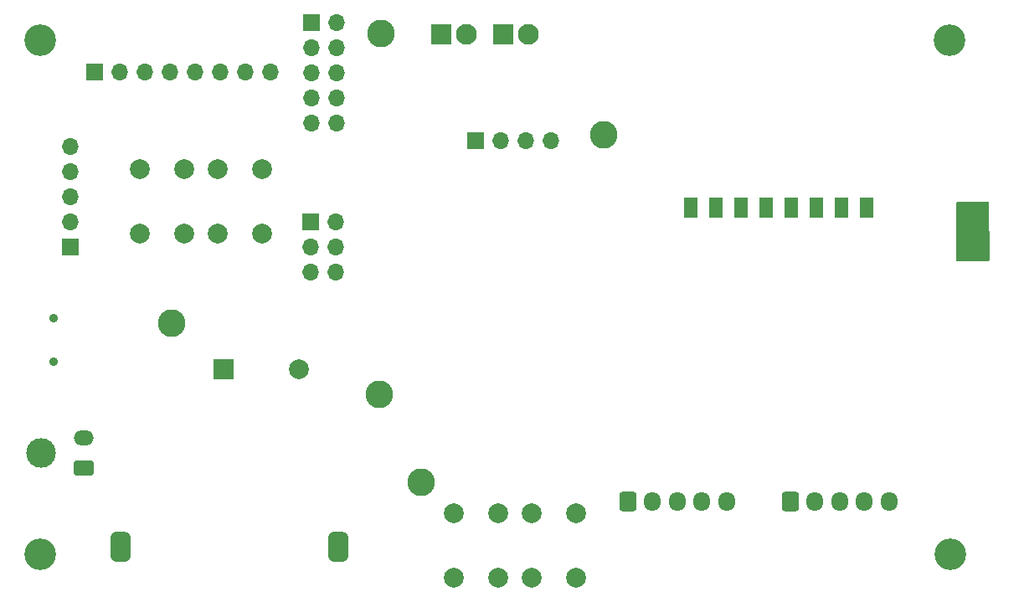
<source format=gbr>
%TF.GenerationSoftware,KiCad,Pcbnew,(6.0.4)*%
%TF.CreationDate,2022-04-12T11:12:27+02:00*%
%TF.ProjectId,PPSE_2021,50505345-5f32-4303-9231-2e6b69636164,rev?*%
%TF.SameCoordinates,Original*%
%TF.FileFunction,Soldermask,Bot*%
%TF.FilePolarity,Negative*%
%FSLAX46Y46*%
G04 Gerber Fmt 4.6, Leading zero omitted, Abs format (unit mm)*
G04 Created by KiCad (PCBNEW (6.0.4)) date 2022-04-12 11:12:27*
%MOMM*%
%LPD*%
G01*
G04 APERTURE LIST*
G04 Aperture macros list*
%AMRoundRect*
0 Rectangle with rounded corners*
0 $1 Rounding radius*
0 $2 $3 $4 $5 $6 $7 $8 $9 X,Y pos of 4 corners*
0 Add a 4 corners polygon primitive as box body*
4,1,4,$2,$3,$4,$5,$6,$7,$8,$9,$2,$3,0*
0 Add four circle primitives for the rounded corners*
1,1,$1+$1,$2,$3*
1,1,$1+$1,$4,$5*
1,1,$1+$1,$6,$7*
1,1,$1+$1,$8,$9*
0 Add four rect primitives between the rounded corners*
20,1,$1+$1,$2,$3,$4,$5,0*
20,1,$1+$1,$4,$5,$6,$7,0*
20,1,$1+$1,$6,$7,$8,$9,0*
20,1,$1+$1,$8,$9,$2,$3,0*%
G04 Aperture macros list end*
%ADD10RoundRect,0.250000X-0.600000X-0.725000X0.600000X-0.725000X0.600000X0.725000X-0.600000X0.725000X0*%
%ADD11O,1.700000X1.950000*%
%ADD12R,1.700000X1.700000*%
%ADD13O,1.700000X1.700000*%
%ADD14C,3.200000*%
%ADD15C,2.000000*%
%ADD16R,2.000000X2.000000*%
%ADD17R,2.100000X2.100000*%
%ADD18C,2.100000*%
%ADD19C,2.800000*%
%ADD20C,0.900000*%
%ADD21C,3.000000*%
%ADD22RoundRect,0.250001X0.759999X-0.499999X0.759999X0.499999X-0.759999X0.499999X-0.759999X-0.499999X0*%
%ADD23O,2.020000X1.500000*%
%ADD24RoundRect,0.500000X-0.500000X-1.000000X0.500000X-1.000000X0.500000X1.000000X-0.500000X1.000000X0*%
%ADD25R,1.400000X2.000000*%
G04 APERTURE END LIST*
D10*
%TO.C,J10*%
X150926800Y-125602974D03*
D11*
X153426800Y-125602974D03*
X155926800Y-125602974D03*
X158426800Y-125602974D03*
X160926800Y-125602974D03*
%TD*%
D12*
%TO.C,J5*%
X94575000Y-99875000D03*
D13*
X94575000Y-97335000D03*
X94575000Y-94795000D03*
X94575000Y-92255000D03*
X94575000Y-89715000D03*
%TD*%
D14*
%TO.C,H2*%
X91530000Y-130920000D03*
%TD*%
D15*
%TO.C,SW3*%
X141209200Y-133298000D03*
X141209200Y-126798000D03*
X145709200Y-133298000D03*
X145709200Y-126798000D03*
%TD*%
D16*
%TO.C,BZ1*%
X110042800Y-112217200D03*
D15*
X117642800Y-112217200D03*
%TD*%
D17*
%TO.C,J11*%
X138328400Y-78333600D03*
D18*
X140868400Y-78333600D03*
%TD*%
D14*
%TO.C,H4*%
X183480000Y-78920000D03*
%TD*%
D12*
%TO.C,J7*%
X135559800Y-89128600D03*
D13*
X138099800Y-89128600D03*
X140639800Y-89128600D03*
X143179800Y-89128600D03*
%TD*%
D19*
%TO.C,TP1*%
X130048000Y-123647200D03*
%TD*%
D12*
%TO.C,J1*%
X118867000Y-97325000D03*
D13*
X121407000Y-97325000D03*
X118867000Y-99865000D03*
X121407000Y-99865000D03*
X118867000Y-102405000D03*
X121407000Y-102405000D03*
%TD*%
D20*
%TO.C,J3*%
X92871400Y-111420000D03*
X92871400Y-107020000D03*
%TD*%
D14*
%TO.C,H3*%
X183520000Y-130930000D03*
%TD*%
D21*
%TO.C,J4*%
X91598000Y-120694556D03*
D22*
X95918000Y-122194556D03*
D23*
X95918000Y-119194556D03*
%TD*%
D15*
%TO.C,SW4*%
X133335200Y-133298000D03*
X133335200Y-126798000D03*
X137835200Y-126798000D03*
X137835200Y-133298000D03*
%TD*%
D19*
%TO.C,TP3*%
X125831600Y-114757200D03*
%TD*%
%TO.C,TP5*%
X148539200Y-88493600D03*
%TD*%
D12*
%TO.C,J2*%
X118917800Y-77165397D03*
D13*
X121457800Y-77165397D03*
X118917800Y-79705397D03*
X121457800Y-79705397D03*
X118917800Y-82245397D03*
X121457800Y-82245397D03*
X118917800Y-84785397D03*
X121457800Y-84785397D03*
X118917800Y-87325397D03*
X121457800Y-87325397D03*
%TD*%
D14*
%TO.C,H1*%
X91520000Y-78920000D03*
%TD*%
D19*
%TO.C,TP2*%
X104800400Y-107543600D03*
%TD*%
D17*
%TO.C,J8*%
X132080000Y-78333600D03*
D18*
X134620000Y-78333600D03*
%TD*%
D12*
%TO.C,J6*%
X96980000Y-82150000D03*
D13*
X99520000Y-82150000D03*
X102060000Y-82150000D03*
X104600000Y-82150000D03*
X107140000Y-82150000D03*
X109680000Y-82150000D03*
X112220000Y-82150000D03*
X114760000Y-82150000D03*
%TD*%
D24*
%TO.C,F2*%
X99642400Y-130149600D03*
X121642400Y-130149600D03*
%TD*%
D15*
%TO.C,SW1*%
X113984600Y-91980020D03*
X113984600Y-98480020D03*
X109484600Y-98480020D03*
X109484600Y-91980020D03*
%TD*%
D19*
%TO.C,TP4*%
X125984000Y-78282800D03*
%TD*%
D25*
%TO.C,U4*%
X157283400Y-95907600D03*
X159823400Y-95907600D03*
X162363400Y-95907600D03*
X164903400Y-95907600D03*
X167443400Y-95907600D03*
X169983400Y-95907600D03*
X172523400Y-95907600D03*
X175063400Y-95907600D03*
%TD*%
D10*
%TO.C,J9*%
X167364400Y-125582000D03*
D11*
X169864400Y-125582000D03*
X172364400Y-125582000D03*
X174864400Y-125582000D03*
X177364400Y-125582000D03*
%TD*%
D15*
%TO.C,SW2*%
X101610600Y-98480020D03*
X101610600Y-91980020D03*
X106110600Y-91980020D03*
X106110600Y-98480020D03*
%TD*%
G36*
X187413170Y-95290002D02*
G01*
X187459663Y-95343658D01*
X187471045Y-95394947D01*
X187518938Y-101122947D01*
X187499506Y-101191232D01*
X187446241Y-101238172D01*
X187392942Y-101250000D01*
X184246000Y-101250000D01*
X184177879Y-101229998D01*
X184131386Y-101176342D01*
X184120000Y-101124000D01*
X184120000Y-95396000D01*
X184140002Y-95327879D01*
X184193658Y-95281386D01*
X184246000Y-95270000D01*
X187345049Y-95270000D01*
X187413170Y-95290002D01*
G37*
M02*

</source>
